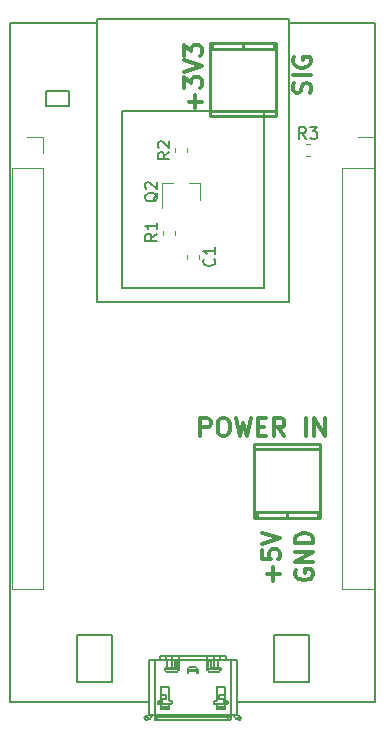
<source format=gbr>
G04 #@! TF.GenerationSoftware,KiCad,Pcbnew,(5.0.1)-3*
G04 #@! TF.CreationDate,2018-11-09T14:35:38+01:00*
G04 #@! TF.ProjectId,power_stalker_esp,706F7765725F7374616C6B65725F6573,rev?*
G04 #@! TF.SameCoordinates,Original*
G04 #@! TF.FileFunction,Legend,Top*
G04 #@! TF.FilePolarity,Positive*
%FSLAX46Y46*%
G04 Gerber Fmt 4.6, Leading zero omitted, Abs format (unit mm)*
G04 Created by KiCad (PCBNEW (5.0.1)-3) date 09-Nov-18 14:35:38*
%MOMM*%
%LPD*%
G01*
G04 APERTURE LIST*
%ADD10C,0.200000*%
%ADD11C,0.300000*%
%ADD12C,0.120000*%
%ADD13C,0.254000*%
%ADD14C,0.150000*%
%ADD15C,0.304800*%
G04 APERTURE END LIST*
D10*
X94725000Y-126900000D02*
X94025000Y-126900000D01*
X94725000Y-127217775D02*
X94025000Y-127217775D01*
X94025000Y-126900000D02*
X94025000Y-127300283D01*
X94725000Y-126900000D02*
X94725000Y-127300283D01*
X89275000Y-127217775D02*
X89975000Y-127217775D01*
X76550000Y-69250000D02*
X76550000Y-126750000D01*
X94725000Y-127153431D02*
X94025000Y-127153431D01*
X88250000Y-127850000D02*
X95750000Y-127850000D01*
X88800000Y-123150000D02*
X88800000Y-128138657D01*
X83850000Y-69250000D02*
X76550000Y-69250000D01*
X90650000Y-124150000D02*
X89790000Y-124150000D01*
X89640000Y-123850000D02*
X90500000Y-123850000D01*
X89975000Y-126900000D02*
X89975000Y-127300283D01*
X89841285Y-123850000D02*
X89841285Y-123150000D01*
X94158715Y-123150000D02*
X94158715Y-123850000D01*
X89275000Y-127153431D02*
X89975000Y-127153431D01*
X89275000Y-126900000D02*
X89975000Y-126900000D01*
X94210000Y-124150000D02*
X93350000Y-124150000D01*
X89975000Y-127300283D02*
X89275000Y-127300283D01*
X95200000Y-128138657D02*
X95200000Y-123150000D01*
X93500000Y-123850000D02*
X94360000Y-123850000D01*
X94360000Y-123850000D02*
X94360000Y-124000000D01*
X94725000Y-127300283D02*
X94025000Y-127300283D01*
X95000000Y-128000789D02*
X95000000Y-128250000D01*
X89000000Y-128250000D02*
X89000000Y-128000789D01*
X89000000Y-128250000D02*
X95000000Y-128250000D01*
X89275000Y-126900000D02*
X89275000Y-127300283D01*
X89000000Y-128000789D02*
X95000000Y-128000789D01*
X107450000Y-69250000D02*
X100150000Y-69250000D01*
X82150000Y-125050000D02*
X82150000Y-121050000D01*
X95076537Y-128241525D02*
X95039018Y-128247861D01*
X88800000Y-127889446D02*
X88803843Y-127911168D01*
X88858579Y-128217388D02*
X88833706Y-128200516D01*
X79550000Y-74950000D02*
X79550000Y-76250000D01*
X98850000Y-125050000D02*
X101850000Y-125050000D01*
X81550000Y-76250000D02*
X81550000Y-74950000D01*
X100150000Y-68850000D02*
X83850000Y-68850000D01*
X98000000Y-76650000D02*
X86000000Y-76650000D01*
X88833706Y-128200516D02*
X88815224Y-128181266D01*
X83850000Y-68850000D02*
X83850000Y-92850000D01*
X95166294Y-127951305D02*
X95184776Y-127932055D01*
X88803843Y-127911168D02*
X88815224Y-127932055D01*
X86000000Y-91650000D02*
X98000000Y-91650000D01*
X82150000Y-121050000D02*
X85150000Y-121050000D01*
X100150000Y-92850000D02*
X100150000Y-68850000D01*
X85150000Y-121050000D02*
X85150000Y-125050000D01*
X98000000Y-91650000D02*
X98000000Y-76650000D01*
X88923463Y-128241525D02*
X88888886Y-128231235D01*
X88888886Y-128231235D02*
X88858579Y-128217388D01*
X95141421Y-127968177D02*
X95166294Y-127951305D01*
X95166294Y-128200516D02*
X95141421Y-128217388D01*
X95141421Y-128217388D02*
X95111114Y-128231235D01*
X85150000Y-125050000D02*
X82150000Y-125050000D01*
X95076537Y-127992313D02*
X95111114Y-127982024D01*
X101850000Y-121050000D02*
X98850000Y-121050000D01*
X86000000Y-76650000D02*
X86000000Y-91650000D01*
X95196157Y-128160379D02*
X95184776Y-128181266D01*
X95200000Y-128138657D02*
X95196157Y-128160379D01*
X89000000Y-128250000D02*
X88960982Y-128247861D01*
X95039018Y-127998650D02*
X95076537Y-127992313D01*
X95000000Y-128000789D02*
X95039018Y-127998650D01*
X95111114Y-128231235D02*
X95076537Y-128241525D01*
X88960982Y-127998650D02*
X89000000Y-128000789D01*
X88960982Y-128247861D02*
X88923463Y-128241525D01*
X95196157Y-127911168D02*
X95200000Y-127889446D01*
X88815224Y-128181266D02*
X88803843Y-128160379D01*
X95184776Y-127932055D02*
X95196157Y-127911168D01*
X88858579Y-127968177D02*
X88888886Y-127982024D01*
X95039018Y-128247861D02*
X95000000Y-128250000D01*
X88815224Y-127932055D02*
X88833706Y-127951305D01*
X98850000Y-121050000D02*
X98850000Y-125050000D01*
X95750000Y-126750000D02*
X107450000Y-126750000D01*
X88803843Y-128160379D02*
X88800000Y-128138657D01*
X88888886Y-127982024D02*
X88923463Y-127992313D01*
X101850000Y-125050000D02*
X101850000Y-121050000D01*
X79550000Y-76250000D02*
X81550000Y-76250000D01*
X81550000Y-74950000D02*
X79550000Y-74950000D01*
X83850000Y-92850000D02*
X100150000Y-92850000D01*
X76550000Y-126750000D02*
X88250000Y-126750000D01*
X88923463Y-127992313D02*
X88960982Y-127998650D01*
X95184776Y-128181266D02*
X95166294Y-128200516D01*
X107450000Y-126750000D02*
X107450000Y-69250000D01*
X95111114Y-127982024D02*
X95141421Y-127968177D01*
X88833706Y-127951305D02*
X88858579Y-127968177D01*
X93775000Y-126800000D02*
X93775000Y-126650000D01*
X94975000Y-126650000D02*
X94975000Y-126800000D01*
X91625000Y-124250000D02*
X91600000Y-124250000D01*
X92400000Y-124250000D02*
X92375000Y-124250000D01*
X89225000Y-126850000D02*
X89075000Y-126850000D01*
X94925000Y-126850000D02*
X94775000Y-126850000D01*
X90025000Y-126600000D02*
X90175000Y-126600000D01*
X89025000Y-126800000D02*
X89025000Y-126650000D01*
X89075000Y-126600000D02*
X89225000Y-126600000D01*
X90175000Y-126850000D02*
X90025000Y-126850000D01*
X95750000Y-127850000D02*
X95750000Y-123150000D01*
X94025000Y-126550000D02*
X94025000Y-125450000D01*
X90500000Y-123850000D02*
X90500000Y-123150000D01*
X89325000Y-125400000D02*
X89925000Y-125400000D01*
X91625000Y-123817084D02*
X91625000Y-124250000D01*
X93975000Y-126850000D02*
X93825000Y-126850000D01*
X91625000Y-124000000D02*
X92375000Y-124000000D01*
X90224308Y-123850000D02*
X90224308Y-123150000D01*
X92400000Y-123900000D02*
X92400000Y-124250000D01*
X92375000Y-124050000D02*
X91625000Y-124050000D01*
X88250000Y-123150000D02*
X88250000Y-127850000D01*
X91600000Y-124250000D02*
X91600000Y-123900000D01*
X91750000Y-123750000D02*
X92250000Y-123750000D01*
X89275000Y-126550000D02*
X89275000Y-125450000D01*
X94075000Y-125400000D02*
X94675000Y-125400000D01*
X89975000Y-125450000D02*
X89975000Y-126550000D01*
X90800000Y-122850000D02*
X90800000Y-124000000D01*
X92375000Y-124250000D02*
X92375000Y-123817084D01*
X93775692Y-123150000D02*
X93775692Y-123850000D01*
X94800000Y-122850000D02*
X89200000Y-122850000D01*
X89640000Y-124000000D02*
X89640000Y-123850000D01*
X90225000Y-126650000D02*
X90225000Y-126800000D01*
X93825000Y-126600000D02*
X93975000Y-126600000D01*
X94775000Y-126600000D02*
X94925000Y-126600000D01*
X93200000Y-124000000D02*
X93200000Y-122850000D01*
X95750000Y-123150000D02*
X88250000Y-123150000D01*
X92375000Y-124100000D02*
X91625000Y-124100000D01*
X94725000Y-125450000D02*
X94725000Y-126550000D01*
X88550001Y-127853620D02*
G75*
G02X88347076Y-128133883I-295001J0D01*
G01*
X87900000Y-127964987D02*
X88250000Y-127850000D01*
X89750000Y-123950000D02*
X89750000Y-123850000D01*
X94800000Y-123150000D02*
X94800000Y-122850000D01*
X94675000Y-125400000D02*
G75*
G02X94725000Y-125450000I0J-50000D01*
G01*
X89925000Y-125400000D02*
G75*
G02X89975000Y-125450000I0J-50000D01*
G01*
X90025000Y-126600000D02*
G75*
G02X89975000Y-126550000I0J50000D01*
G01*
X93825000Y-126850000D02*
G75*
G02X93775000Y-126800000I0J50000D01*
G01*
X95750000Y-127850000D02*
X96100000Y-127964987D01*
X90225000Y-126800000D02*
G75*
G02X90175000Y-126850000I-50000J0D01*
G01*
X89975000Y-126900000D02*
G75*
G02X90025000Y-126850000I50000J0D01*
G01*
X89750000Y-126150000D02*
X89750000Y-126450000D01*
X93975000Y-126850000D02*
G75*
G02X94025000Y-126900000I0J-50000D01*
G01*
X94725000Y-126900000D02*
G75*
G02X94775000Y-126850000I50000J0D01*
G01*
X94025000Y-126550000D02*
G75*
G02X93975000Y-126600000I-50000J0D01*
G01*
X90215000Y-122850000D02*
X90215000Y-123150000D01*
X88550000Y-127850000D02*
X88550000Y-127853620D01*
X88183645Y-128187575D02*
X88090008Y-127902563D01*
X94025000Y-125450000D02*
G75*
G02X94075000Y-125400000I50000J0D01*
G01*
X87900000Y-127964987D02*
X87993637Y-128250000D01*
X95450000Y-127853620D02*
X95450000Y-127850000D01*
X90800000Y-124000000D02*
G75*
G02X90650000Y-124150000I-150000J0D01*
G01*
X94300000Y-122850000D02*
X94300000Y-123150000D01*
X94596447Y-126900000D02*
X94596447Y-126450000D01*
X93300000Y-123950000D02*
X93300000Y-123230000D01*
X93200000Y-123230000D02*
X93500000Y-123230000D01*
X94775000Y-126600000D02*
G75*
G02X94725000Y-126550000I0J50000D01*
G01*
X89200000Y-122850000D02*
X89200000Y-123150000D01*
X94925000Y-126600000D02*
G75*
G02X94975000Y-126650000I0J-50000D01*
G01*
X94360000Y-124000000D02*
G75*
G02X94210000Y-124150000I-150000J0D01*
G01*
X94975000Y-126800000D02*
G75*
G02X94925000Y-126850000I-50000J0D01*
G01*
X93785000Y-123150000D02*
X93785000Y-122850000D01*
X89790000Y-124150000D02*
G75*
G02X89640000Y-124000000I0J150000D01*
G01*
X94250000Y-126150000D02*
X94725000Y-126150000D01*
X88347076Y-128133883D02*
X87993637Y-128250000D01*
X94725000Y-126450000D02*
X94250000Y-126450000D01*
X89403553Y-126450000D02*
X89403553Y-126900000D01*
X89275000Y-126150000D02*
X89750000Y-126150000D01*
X93425000Y-123150000D02*
X93425000Y-123230000D01*
X89750000Y-126450000D02*
X89275000Y-126450000D01*
X94250000Y-123950000D02*
X93300000Y-123950000D01*
X90700000Y-123950000D02*
X89750000Y-123950000D01*
X90700000Y-123230000D02*
X90700000Y-123950000D01*
X93500000Y-123150000D02*
X93500000Y-123850000D01*
X89700000Y-122850000D02*
X89700000Y-123150000D01*
X95652924Y-128133882D02*
G75*
G02X95450000Y-127853620I92076J280262D01*
G01*
X89226777Y-126850032D02*
X89226777Y-126599968D01*
X90175000Y-126600000D02*
G75*
G02X90225000Y-126650000I0J-50000D01*
G01*
X93350000Y-124150000D02*
G75*
G02X93200000Y-124000000I0J150000D01*
G01*
X95909992Y-127902563D02*
X95816355Y-128187575D01*
X94250000Y-123850000D02*
X94250000Y-123950000D01*
X91600000Y-123900000D02*
G75*
G02X91750000Y-123750000I150000J0D01*
G01*
X92250000Y-123750000D02*
G75*
G02X92400000Y-123900000I0J-150000D01*
G01*
X93775000Y-126650000D02*
G75*
G02X93825000Y-126600000I50000J0D01*
G01*
X90575000Y-123150000D02*
X90575000Y-123230000D01*
X94250000Y-126450000D02*
X94250000Y-126150000D01*
X90500000Y-123230000D02*
X90800000Y-123230000D01*
X94773223Y-126599968D02*
X94773223Y-126850032D01*
X89225000Y-126850000D02*
G75*
G02X89275000Y-126900000I0J-50000D01*
G01*
X96006363Y-128250000D02*
X95652924Y-128133883D01*
X89075000Y-126850000D02*
G75*
G02X89025000Y-126800000I0J50000D01*
G01*
X96006363Y-128250000D02*
X96100000Y-127964987D01*
X89275000Y-126550000D02*
G75*
G02X89225000Y-126600000I-50000J0D01*
G01*
X89025000Y-126650000D02*
G75*
G02X89075000Y-126600000I50000J0D01*
G01*
X89275000Y-125450000D02*
G75*
G02X89325000Y-125400000I50000J0D01*
G01*
D11*
X101907142Y-75135714D02*
X101978571Y-74921428D01*
X101978571Y-74564285D01*
X101907142Y-74421428D01*
X101835714Y-74350000D01*
X101692857Y-74278571D01*
X101550000Y-74278571D01*
X101407142Y-74350000D01*
X101335714Y-74421428D01*
X101264285Y-74564285D01*
X101192857Y-74850000D01*
X101121428Y-74992857D01*
X101050000Y-75064285D01*
X100907142Y-75135714D01*
X100764285Y-75135714D01*
X100621428Y-75064285D01*
X100550000Y-74992857D01*
X100478571Y-74850000D01*
X100478571Y-74492857D01*
X100550000Y-74278571D01*
X101978571Y-73635714D02*
X100478571Y-73635714D01*
X100550000Y-72135714D02*
X100478571Y-72278571D01*
X100478571Y-72492857D01*
X100550000Y-72707142D01*
X100692857Y-72850000D01*
X100835714Y-72921428D01*
X101121428Y-72992857D01*
X101335714Y-72992857D01*
X101621428Y-72921428D01*
X101764285Y-72850000D01*
X101907142Y-72707142D01*
X101978571Y-72492857D01*
X101978571Y-72350000D01*
X101907142Y-72135714D01*
X101835714Y-72064285D01*
X101335714Y-72064285D01*
X101335714Y-72350000D01*
X92207142Y-76442857D02*
X92207142Y-75300000D01*
X92778571Y-75871428D02*
X91635714Y-75871428D01*
X91278571Y-74728571D02*
X91278571Y-73800000D01*
X91850000Y-74300000D01*
X91850000Y-74085714D01*
X91921428Y-73942857D01*
X91992857Y-73871428D01*
X92135714Y-73800000D01*
X92492857Y-73800000D01*
X92635714Y-73871428D01*
X92707142Y-73942857D01*
X92778571Y-74085714D01*
X92778571Y-74514285D01*
X92707142Y-74657142D01*
X92635714Y-74728571D01*
X91278571Y-73371428D02*
X92778571Y-72871428D01*
X91278571Y-72371428D01*
X91278571Y-72014285D02*
X91278571Y-71085714D01*
X91850000Y-71585714D01*
X91850000Y-71371428D01*
X91921428Y-71228571D01*
X91992857Y-71157142D01*
X92135714Y-71085714D01*
X92492857Y-71085714D01*
X92635714Y-71157142D01*
X92707142Y-71228571D01*
X92778571Y-71371428D01*
X92778571Y-71800000D01*
X92707142Y-71942857D01*
X92635714Y-72014285D01*
X100750000Y-115542857D02*
X100678571Y-115685714D01*
X100678571Y-115900000D01*
X100750000Y-116114285D01*
X100892857Y-116257142D01*
X101035714Y-116328571D01*
X101321428Y-116400000D01*
X101535714Y-116400000D01*
X101821428Y-116328571D01*
X101964285Y-116257142D01*
X102107142Y-116114285D01*
X102178571Y-115900000D01*
X102178571Y-115757142D01*
X102107142Y-115542857D01*
X102035714Y-115471428D01*
X101535714Y-115471428D01*
X101535714Y-115757142D01*
X102178571Y-114828571D02*
X100678571Y-114828571D01*
X102178571Y-113971428D01*
X100678571Y-113971428D01*
X102178571Y-113257142D02*
X100678571Y-113257142D01*
X100678571Y-112900000D01*
X100750000Y-112685714D01*
X100892857Y-112542857D01*
X101035714Y-112471428D01*
X101321428Y-112400000D01*
X101535714Y-112400000D01*
X101821428Y-112471428D01*
X101964285Y-112542857D01*
X102107142Y-112685714D01*
X102178571Y-112900000D01*
X102178571Y-113257142D01*
X98807142Y-116428571D02*
X98807142Y-115285714D01*
X99378571Y-115857142D02*
X98235714Y-115857142D01*
X97878571Y-113857142D02*
X97878571Y-114571428D01*
X98592857Y-114642857D01*
X98521428Y-114571428D01*
X98450000Y-114428571D01*
X98450000Y-114071428D01*
X98521428Y-113928571D01*
X98592857Y-113857142D01*
X98735714Y-113785714D01*
X99092857Y-113785714D01*
X99235714Y-113857142D01*
X99307142Y-113928571D01*
X99378571Y-114071428D01*
X99378571Y-114428571D01*
X99307142Y-114571428D01*
X99235714Y-114642857D01*
X97878571Y-113357142D02*
X99378571Y-112857142D01*
X97878571Y-112357142D01*
D12*
G04 #@! TO.C,C1*
X92510000Y-88828733D02*
X92510000Y-89171267D01*
X91490000Y-88828733D02*
X91490000Y-89171267D01*
D13*
G04 #@! TO.C,J1*
X102799080Y-110600960D02*
X97200920Y-110600960D01*
X97399040Y-111098800D02*
X97399040Y-110600960D01*
X102600960Y-110600960D02*
X102600960Y-111098800D01*
X100000000Y-111098800D02*
X100000000Y-110600960D01*
X97200920Y-105299980D02*
X102799080Y-105299980D01*
X97200920Y-111098800D02*
X102799080Y-111098800D01*
X102799080Y-111098800D02*
X102799080Y-104901200D01*
X102799080Y-104901200D02*
X97200920Y-104901200D01*
X97200920Y-104901200D02*
X97200920Y-111098800D01*
D12*
G04 #@! TO.C,J2*
X78000000Y-78890000D02*
X79330000Y-78890000D01*
X79330000Y-78890000D02*
X79330000Y-80220000D01*
X79330000Y-81490000D02*
X79330000Y-117110000D01*
X76670000Y-117110000D02*
X79330000Y-117110000D01*
X76670000Y-81490000D02*
X76670000Y-117110000D01*
X76670000Y-81490000D02*
X79330000Y-81490000D01*
G04 #@! TO.C,J3*
X106000000Y-78890000D02*
X107330000Y-78890000D01*
X107330000Y-78890000D02*
X107330000Y-80220000D01*
X107330000Y-81490000D02*
X107330000Y-117110000D01*
X104670000Y-117110000D02*
X107330000Y-117110000D01*
X104670000Y-81490000D02*
X104670000Y-117110000D01*
X104670000Y-81490000D02*
X107330000Y-81490000D01*
D13*
G04 #@! TO.C,Q1*
X99029080Y-77098800D02*
X99029080Y-70901200D01*
X93430920Y-77098800D02*
X99029080Y-77098800D01*
X93430920Y-70901200D02*
X93430920Y-77098800D01*
X99029080Y-70901200D02*
X93430920Y-70901200D01*
X99029080Y-76700020D02*
X93430920Y-76700020D01*
X96230000Y-70901200D02*
X96230000Y-71399040D01*
X93629040Y-71399040D02*
X93629040Y-70901200D01*
X98830960Y-70901200D02*
X98830960Y-71399040D01*
X93430920Y-71399040D02*
X99029080Y-71399040D01*
D12*
G04 #@! TO.C,Q2*
X92580000Y-82740000D02*
X91650000Y-82740000D01*
X89420000Y-82740000D02*
X90350000Y-82740000D01*
X89420000Y-82740000D02*
X89420000Y-84900000D01*
X92580000Y-82740000D02*
X92580000Y-84200000D01*
G04 #@! TO.C,R1*
X90510000Y-86828733D02*
X90510000Y-87171267D01*
X89490000Y-86828733D02*
X89490000Y-87171267D01*
G04 #@! TO.C,R2*
X91510000Y-80171267D02*
X91510000Y-79828733D01*
X90490000Y-80171267D02*
X90490000Y-79828733D01*
G04 #@! TO.C,R3*
X101578733Y-79490000D02*
X101921267Y-79490000D01*
X101578733Y-80510000D02*
X101921267Y-80510000D01*
G04 #@! TO.C,C1*
D14*
X93787142Y-89166666D02*
X93834761Y-89214285D01*
X93882380Y-89357142D01*
X93882380Y-89452380D01*
X93834761Y-89595238D01*
X93739523Y-89690476D01*
X93644285Y-89738095D01*
X93453809Y-89785714D01*
X93310952Y-89785714D01*
X93120476Y-89738095D01*
X93025238Y-89690476D01*
X92930000Y-89595238D01*
X92882380Y-89452380D01*
X92882380Y-89357142D01*
X92930000Y-89214285D01*
X92977619Y-89166666D01*
X93882380Y-88214285D02*
X93882380Y-88785714D01*
X93882380Y-88500000D02*
X92882380Y-88500000D01*
X93025238Y-88595238D01*
X93120476Y-88690476D01*
X93168095Y-88785714D01*
G04 #@! TO.C,J1*
D15*
X92638571Y-104189428D02*
X92638571Y-102665428D01*
X93219142Y-102665428D01*
X93364285Y-102738000D01*
X93436857Y-102810571D01*
X93509428Y-102955714D01*
X93509428Y-103173428D01*
X93436857Y-103318571D01*
X93364285Y-103391142D01*
X93219142Y-103463714D01*
X92638571Y-103463714D01*
X94452857Y-102665428D02*
X94743142Y-102665428D01*
X94888285Y-102738000D01*
X95033428Y-102883142D01*
X95106000Y-103173428D01*
X95106000Y-103681428D01*
X95033428Y-103971714D01*
X94888285Y-104116857D01*
X94743142Y-104189428D01*
X94452857Y-104189428D01*
X94307714Y-104116857D01*
X94162571Y-103971714D01*
X94090000Y-103681428D01*
X94090000Y-103173428D01*
X94162571Y-102883142D01*
X94307714Y-102738000D01*
X94452857Y-102665428D01*
X95614000Y-102665428D02*
X95976857Y-104189428D01*
X96267142Y-103100857D01*
X96557428Y-104189428D01*
X96920285Y-102665428D01*
X97500857Y-103391142D02*
X98008857Y-103391142D01*
X98226571Y-104189428D02*
X97500857Y-104189428D01*
X97500857Y-102665428D01*
X98226571Y-102665428D01*
X99750571Y-104189428D02*
X99242571Y-103463714D01*
X98879714Y-104189428D02*
X98879714Y-102665428D01*
X99460285Y-102665428D01*
X99605428Y-102738000D01*
X99678000Y-102810571D01*
X99750571Y-102955714D01*
X99750571Y-103173428D01*
X99678000Y-103318571D01*
X99605428Y-103391142D01*
X99460285Y-103463714D01*
X98879714Y-103463714D01*
X101564857Y-104189428D02*
X101564857Y-102665428D01*
X102290571Y-104189428D02*
X102290571Y-102665428D01*
X103161428Y-104189428D01*
X103161428Y-102665428D01*
G04 #@! TO.C,Q2*
D14*
X89047619Y-83595238D02*
X89000000Y-83690476D01*
X88904761Y-83785714D01*
X88761904Y-83928571D01*
X88714285Y-84023809D01*
X88714285Y-84119047D01*
X88952380Y-84071428D02*
X88904761Y-84166666D01*
X88809523Y-84261904D01*
X88619047Y-84309523D01*
X88285714Y-84309523D01*
X88095238Y-84261904D01*
X88000000Y-84166666D01*
X87952380Y-84071428D01*
X87952380Y-83880952D01*
X88000000Y-83785714D01*
X88095238Y-83690476D01*
X88285714Y-83642857D01*
X88619047Y-83642857D01*
X88809523Y-83690476D01*
X88904761Y-83785714D01*
X88952380Y-83880952D01*
X88952380Y-84071428D01*
X88047619Y-83261904D02*
X88000000Y-83214285D01*
X87952380Y-83119047D01*
X87952380Y-82880952D01*
X88000000Y-82785714D01*
X88047619Y-82738095D01*
X88142857Y-82690476D01*
X88238095Y-82690476D01*
X88380952Y-82738095D01*
X88952380Y-83309523D01*
X88952380Y-82690476D01*
G04 #@! TO.C,R1*
X88952380Y-87066666D02*
X88476190Y-87400000D01*
X88952380Y-87638095D02*
X87952380Y-87638095D01*
X87952380Y-87257142D01*
X88000000Y-87161904D01*
X88047619Y-87114285D01*
X88142857Y-87066666D01*
X88285714Y-87066666D01*
X88380952Y-87114285D01*
X88428571Y-87161904D01*
X88476190Y-87257142D01*
X88476190Y-87638095D01*
X88952380Y-86114285D02*
X88952380Y-86685714D01*
X88952380Y-86400000D02*
X87952380Y-86400000D01*
X88095238Y-86495238D01*
X88190476Y-86590476D01*
X88238095Y-86685714D01*
G04 #@! TO.C,R2*
X90022380Y-80166666D02*
X89546190Y-80500000D01*
X90022380Y-80738095D02*
X89022380Y-80738095D01*
X89022380Y-80357142D01*
X89070000Y-80261904D01*
X89117619Y-80214285D01*
X89212857Y-80166666D01*
X89355714Y-80166666D01*
X89450952Y-80214285D01*
X89498571Y-80261904D01*
X89546190Y-80357142D01*
X89546190Y-80738095D01*
X89117619Y-79785714D02*
X89070000Y-79738095D01*
X89022380Y-79642857D01*
X89022380Y-79404761D01*
X89070000Y-79309523D01*
X89117619Y-79261904D01*
X89212857Y-79214285D01*
X89308095Y-79214285D01*
X89450952Y-79261904D01*
X90022380Y-79833333D01*
X90022380Y-79214285D01*
G04 #@! TO.C,R3*
X101583333Y-79022380D02*
X101250000Y-78546190D01*
X101011904Y-79022380D02*
X101011904Y-78022380D01*
X101392857Y-78022380D01*
X101488095Y-78070000D01*
X101535714Y-78117619D01*
X101583333Y-78212857D01*
X101583333Y-78355714D01*
X101535714Y-78450952D01*
X101488095Y-78498571D01*
X101392857Y-78546190D01*
X101011904Y-78546190D01*
X101916666Y-78022380D02*
X102535714Y-78022380D01*
X102202380Y-78403333D01*
X102345238Y-78403333D01*
X102440476Y-78450952D01*
X102488095Y-78498571D01*
X102535714Y-78593809D01*
X102535714Y-78831904D01*
X102488095Y-78927142D01*
X102440476Y-78974761D01*
X102345238Y-79022380D01*
X102059523Y-79022380D01*
X101964285Y-78974761D01*
X101916666Y-78927142D01*
G04 #@! TD*
M02*

</source>
